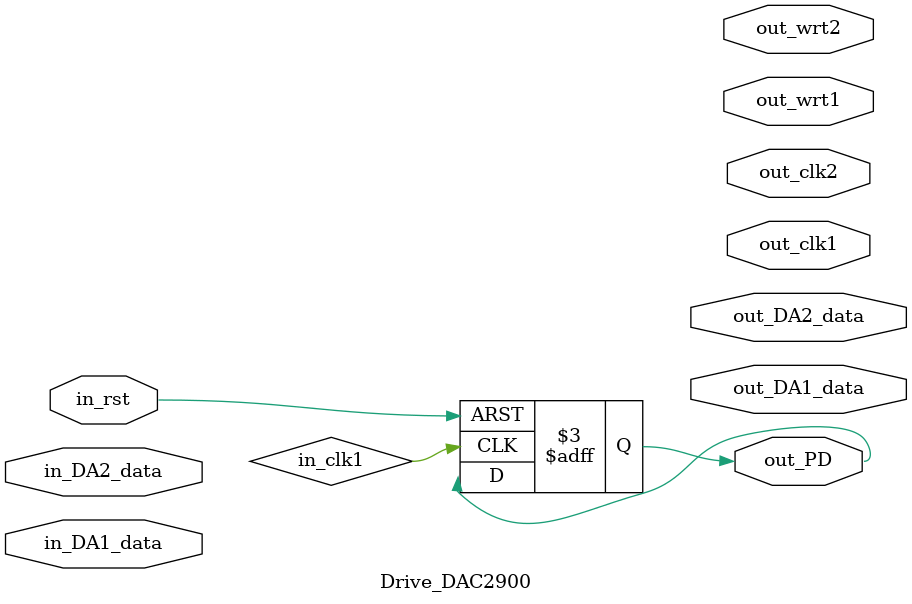
<source format=v>
 /*******************************(C) COPYRIGHT 2019 Teemo（陈晓东）*********************************/
/**============================================================================
* @FileName    : Drive_DAC2900.v
* @Description : 顾名思义,DAC2900的驱动
* @Date        : 2019/6/18
* @By          : Teemo（陈晓东）
* @Email       : 
* @Platform    : Quartus Prime 18.0 (64-bit) (EP4CE22E22C8)
* @Explain     : 接口的终端
*=============================================================================*/  
module Drive_DAC2900
(   
    input in_rst,
    input wire [9:0]in_DA1_data,
    input wire [9:0]in_DA2_data,
    
	output reg out_clk1,
    output reg out_clk2, 
    output reg out_wrt1,
    output reg out_wrt2, 
    output wire [9:0]out_DA1_data,
    output wire [9:0]out_DA2_data,
    output reg out_PD
);

always @(posedge in_clk1 or negedge in_rst)
begin

    if(in_rst == 0)
    begin
        out_PD <= 0;
    end
    
    
	if(in_clk1)
	begin
    
	end
	
end
	
	
	
	
	
	
endmodule


/*******************************(C) COPYRIGHT 2019 Teemo（陈晓东）*********************************/










</source>
